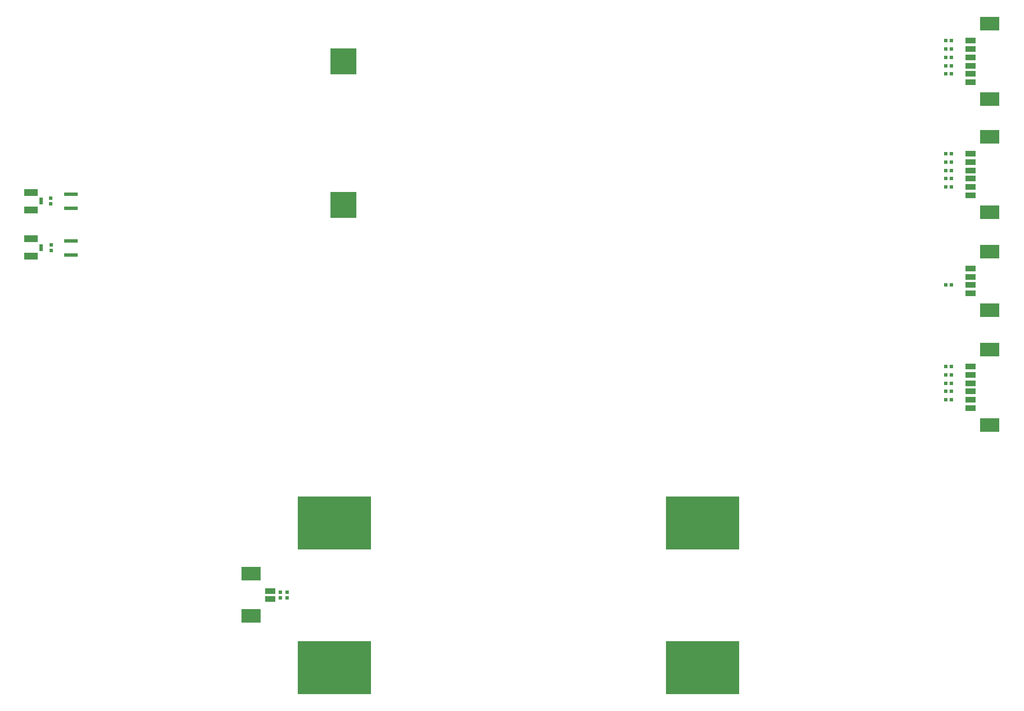
<source format=gbp>
G04*
G04 #@! TF.GenerationSoftware,Altium Limited,Altium Designer,20.0.13 (296)*
G04*
G04 Layer_Color=128*
%FSLAX25Y25*%
%MOIN*%
G70*
G01*
G75*
%ADD40R,0.02047X0.01850*%
%ADD51R,0.11811X0.08268*%
G04:AMPARAMS|DCode=52|XSize=62.99mil|YSize=31.89mil|CornerRadius=3.19mil|HoleSize=0mil|Usage=FLASHONLY|Rotation=0.000|XOffset=0mil|YOffset=0mil|HoleType=Round|Shape=RoundedRectangle|*
%AMROUNDEDRECTD52*
21,1,0.06299,0.02551,0,0,0.0*
21,1,0.05661,0.03189,0,0,0.0*
1,1,0.00638,0.02831,-0.01276*
1,1,0.00638,-0.02831,-0.01276*
1,1,0.00638,-0.02831,0.01276*
1,1,0.00638,0.02831,0.01276*
%
%ADD52ROUNDEDRECTD52*%
%ADD53R,0.07874X0.03937*%
%ADD54R,0.02362X0.03937*%
%ADD66R,0.01850X0.02047*%
%ADD135R,0.07874X0.02362*%
%ADD136R,0.06299X0.03189*%
%ADD137R,0.15748X0.15748*%
%ADD138R,0.43307X0.31496*%
D40*
X183071Y103091D02*
D03*
Y99705D02*
D03*
X43200Y333007D02*
D03*
Y336393D02*
D03*
X43307Y305394D02*
D03*
Y308780D02*
D03*
X179134Y103091D02*
D03*
Y99705D02*
D03*
D51*
X599213Y439608D02*
D03*
Y394923D02*
D03*
Y304823D02*
D03*
Y269980D02*
D03*
X161811Y113898D02*
D03*
Y88898D02*
D03*
X599213Y372679D02*
D03*
Y327994D02*
D03*
Y246694D02*
D03*
Y202009D02*
D03*
D52*
X587795Y424647D02*
D03*
Y429568D02*
D03*
Y419726D02*
D03*
Y409883D02*
D03*
Y414805D02*
D03*
Y404962D02*
D03*
Y289862D02*
D03*
Y294783D02*
D03*
Y284941D02*
D03*
Y280020D02*
D03*
Y357718D02*
D03*
Y362639D02*
D03*
Y352797D02*
D03*
Y342954D02*
D03*
Y347876D02*
D03*
Y338033D02*
D03*
Y231734D02*
D03*
Y236655D02*
D03*
Y226813D02*
D03*
Y216970D02*
D03*
Y221891D02*
D03*
Y212049D02*
D03*
D53*
X31496Y339764D02*
D03*
Y329528D02*
D03*
X31492Y312205D02*
D03*
Y301969D02*
D03*
D54*
X37402Y334646D02*
D03*
X37398Y307087D02*
D03*
D66*
X576496Y284941D02*
D03*
X573110D02*
D03*
Y342954D02*
D03*
X576496D02*
D03*
X573110Y347876D02*
D03*
X576496D02*
D03*
X573110Y352797D02*
D03*
X576496D02*
D03*
X573110Y216970D02*
D03*
X576496D02*
D03*
X573110Y221891D02*
D03*
X576496D02*
D03*
X573110Y226813D02*
D03*
X576496D02*
D03*
X573110Y409883D02*
D03*
X576496D02*
D03*
X573110Y414805D02*
D03*
X576496D02*
D03*
X573110Y419726D02*
D03*
X576496D02*
D03*
X573110Y357718D02*
D03*
X576496D02*
D03*
X573110Y362639D02*
D03*
X576496D02*
D03*
X573110Y231734D02*
D03*
X576496D02*
D03*
X573110Y236655D02*
D03*
X576496D02*
D03*
X573110Y424647D02*
D03*
X576496D02*
D03*
X573110Y429568D02*
D03*
X576496D02*
D03*
D135*
X55118Y302666D02*
D03*
Y310934D02*
D03*
Y330512D02*
D03*
Y338779D02*
D03*
D136*
X173228Y103858D02*
D03*
Y98937D02*
D03*
D137*
X216535Y332480D02*
D03*
Y417323D02*
D03*
D138*
X429242Y58479D02*
D03*
X211131D02*
D03*
Y143924D02*
D03*
X429242D02*
D03*
M02*

</source>
